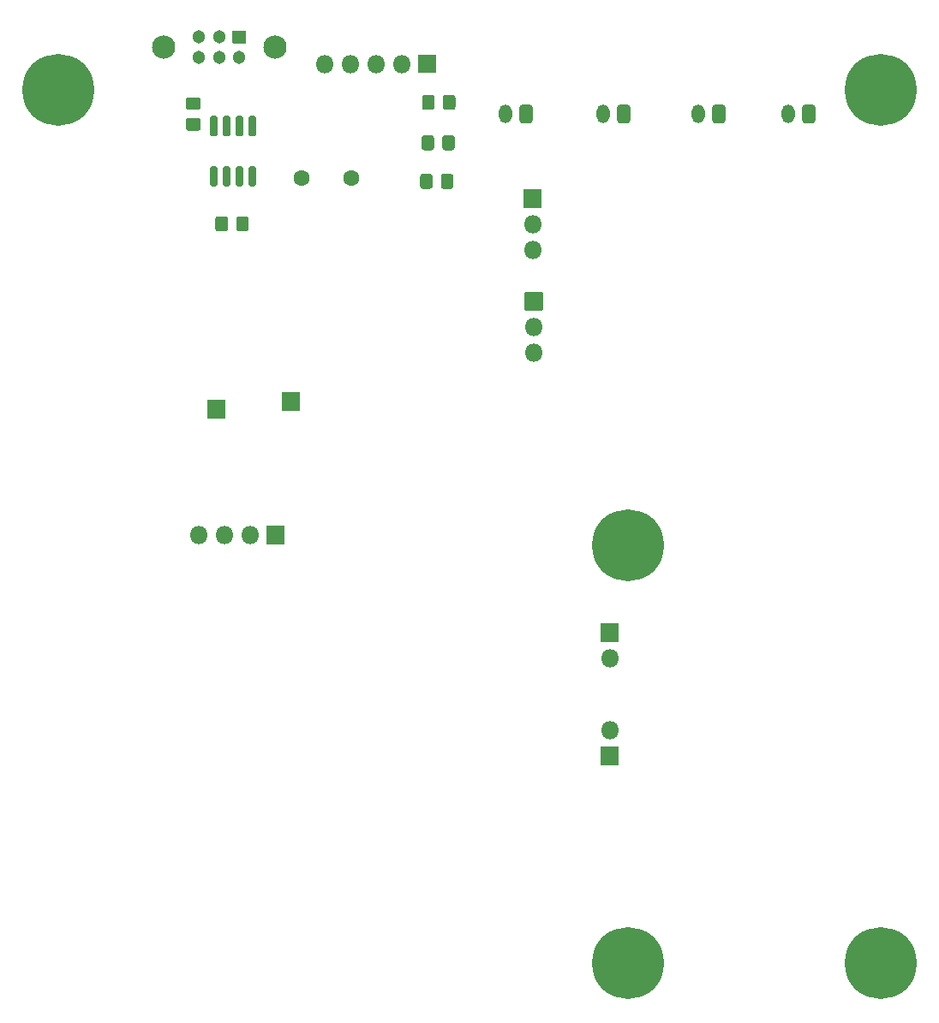
<source format=gbr>
%TF.GenerationSoftware,KiCad,Pcbnew,(5.1.9)-1*%
%TF.CreationDate,2021-07-13T18:02:15-04:00*%
%TF.ProjectId,detector_support,64657465-6374-46f7-925f-737570706f72,rev?*%
%TF.SameCoordinates,Original*%
%TF.FileFunction,Soldermask,Bot*%
%TF.FilePolarity,Negative*%
%FSLAX46Y46*%
G04 Gerber Fmt 4.6, Leading zero omitted, Abs format (unit mm)*
G04 Created by KiCad (PCBNEW (5.1.9)-1) date 2021-07-13 18:02:15*
%MOMM*%
%LPD*%
G01*
G04 APERTURE LIST*
%ADD10C,7.101600*%
%ADD11O,1.801600X1.801600*%
%ADD12C,2.301600*%
%ADD13C,1.301600*%
%ADD14C,1.601600*%
%ADD15O,1.301600X1.851600*%
G04 APERTURE END LIST*
%TO.C,TP2*%
G36*
G01*
X104890200Y-87083000D02*
X104890200Y-85383000D01*
G75*
G02*
X104941000Y-85332200I50800J0D01*
G01*
X106641000Y-85332200D01*
G75*
G02*
X106691800Y-85383000I0J-50800D01*
G01*
X106691800Y-87083000D01*
G75*
G02*
X106641000Y-87133800I-50800J0D01*
G01*
X104941000Y-87133800D01*
G75*
G02*
X104890200Y-87083000I0J50800D01*
G01*
G37*
%TD*%
D10*
%TO.C,REF\u002A\u002A*%
X146431000Y-140970000D03*
%TD*%
D11*
%TO.C,J11*%
X104013000Y-98679000D03*
X106553000Y-98679000D03*
X109093000Y-98679000D03*
G36*
G01*
X110783000Y-97778200D02*
X112483000Y-97778200D01*
G75*
G02*
X112533800Y-97829000I0J-50800D01*
G01*
X112533800Y-99529000D01*
G75*
G02*
X112483000Y-99579800I-50800J0D01*
G01*
X110783000Y-99579800D01*
G75*
G02*
X110732200Y-99529000I0J50800D01*
G01*
X110732200Y-97829000D01*
G75*
G02*
X110783000Y-97778200I50800J0D01*
G01*
G37*
%TD*%
%TO.C,J2*%
X144653000Y-110871000D03*
G36*
G01*
X143752200Y-109181000D02*
X143752200Y-107481000D01*
G75*
G02*
X143803000Y-107430200I50800J0D01*
G01*
X145503000Y-107430200D01*
G75*
G02*
X145553800Y-107481000I0J-50800D01*
G01*
X145553800Y-109181000D01*
G75*
G02*
X145503000Y-109231800I-50800J0D01*
G01*
X143803000Y-109231800D01*
G75*
G02*
X143752200Y-109181000I0J50800D01*
G01*
G37*
%TD*%
D10*
%TO.C,REF\u002A\u002A*%
X90170000Y-54610000D03*
%TD*%
%TO.C,REF\u002A\u002A*%
X171450000Y-54610000D03*
%TD*%
%TO.C,REF\u002A\u002A*%
X171450000Y-140970000D03*
%TD*%
%TO.C,REF\u002A\u002A*%
X146431000Y-99695000D03*
%TD*%
%TO.C,C13*%
G36*
G01*
X107739600Y-68372915D02*
X107739600Y-67415485D01*
G75*
G02*
X108011685Y-67143400I272085J0D01*
G01*
X108719115Y-67143400D01*
G75*
G02*
X108991200Y-67415485I0J-272085D01*
G01*
X108991200Y-68372915D01*
G75*
G02*
X108719115Y-68645000I-272085J0D01*
G01*
X108011685Y-68645000D01*
G75*
G02*
X107739600Y-68372915I0J272085D01*
G01*
G37*
G36*
G01*
X105689600Y-68372915D02*
X105689600Y-67415485D01*
G75*
G02*
X105961685Y-67143400I272085J0D01*
G01*
X106669115Y-67143400D01*
G75*
G02*
X106941200Y-67415485I0J-272085D01*
G01*
X106941200Y-68372915D01*
G75*
G02*
X106669115Y-68645000I-272085J0D01*
G01*
X105961685Y-68645000D01*
G75*
G02*
X105689600Y-68372915I0J272085D01*
G01*
G37*
%TD*%
%TO.C,U10*%
G36*
G01*
X109522400Y-59256800D02*
X109171600Y-59256800D01*
G75*
G02*
X108996200Y-59081400I0J175400D01*
G01*
X108996200Y-57380600D01*
G75*
G02*
X109171600Y-57205200I175400J0D01*
G01*
X109522400Y-57205200D01*
G75*
G02*
X109697800Y-57380600I0J-175400D01*
G01*
X109697800Y-59081400D01*
G75*
G02*
X109522400Y-59256800I-175400J0D01*
G01*
G37*
G36*
G01*
X108252400Y-59256800D02*
X107901600Y-59256800D01*
G75*
G02*
X107726200Y-59081400I0J175400D01*
G01*
X107726200Y-57380600D01*
G75*
G02*
X107901600Y-57205200I175400J0D01*
G01*
X108252400Y-57205200D01*
G75*
G02*
X108427800Y-57380600I0J-175400D01*
G01*
X108427800Y-59081400D01*
G75*
G02*
X108252400Y-59256800I-175400J0D01*
G01*
G37*
G36*
G01*
X106982400Y-59256800D02*
X106631600Y-59256800D01*
G75*
G02*
X106456200Y-59081400I0J175400D01*
G01*
X106456200Y-57380600D01*
G75*
G02*
X106631600Y-57205200I175400J0D01*
G01*
X106982400Y-57205200D01*
G75*
G02*
X107157800Y-57380600I0J-175400D01*
G01*
X107157800Y-59081400D01*
G75*
G02*
X106982400Y-59256800I-175400J0D01*
G01*
G37*
G36*
G01*
X105712400Y-59256800D02*
X105361600Y-59256800D01*
G75*
G02*
X105186200Y-59081400I0J175400D01*
G01*
X105186200Y-57380600D01*
G75*
G02*
X105361600Y-57205200I175400J0D01*
G01*
X105712400Y-57205200D01*
G75*
G02*
X105887800Y-57380600I0J-175400D01*
G01*
X105887800Y-59081400D01*
G75*
G02*
X105712400Y-59256800I-175400J0D01*
G01*
G37*
G36*
G01*
X105712400Y-64206800D02*
X105361600Y-64206800D01*
G75*
G02*
X105186200Y-64031400I0J175400D01*
G01*
X105186200Y-62330600D01*
G75*
G02*
X105361600Y-62155200I175400J0D01*
G01*
X105712400Y-62155200D01*
G75*
G02*
X105887800Y-62330600I0J-175400D01*
G01*
X105887800Y-64031400D01*
G75*
G02*
X105712400Y-64206800I-175400J0D01*
G01*
G37*
G36*
G01*
X106982400Y-64206800D02*
X106631600Y-64206800D01*
G75*
G02*
X106456200Y-64031400I0J175400D01*
G01*
X106456200Y-62330600D01*
G75*
G02*
X106631600Y-62155200I175400J0D01*
G01*
X106982400Y-62155200D01*
G75*
G02*
X107157800Y-62330600I0J-175400D01*
G01*
X107157800Y-64031400D01*
G75*
G02*
X106982400Y-64206800I-175400J0D01*
G01*
G37*
G36*
G01*
X108252400Y-64206800D02*
X107901600Y-64206800D01*
G75*
G02*
X107726200Y-64031400I0J175400D01*
G01*
X107726200Y-62330600D01*
G75*
G02*
X107901600Y-62155200I175400J0D01*
G01*
X108252400Y-62155200D01*
G75*
G02*
X108427800Y-62330600I0J-175400D01*
G01*
X108427800Y-64031400D01*
G75*
G02*
X108252400Y-64206800I-175400J0D01*
G01*
G37*
G36*
G01*
X109522400Y-64206800D02*
X109171600Y-64206800D01*
G75*
G02*
X108996200Y-64031400I0J175400D01*
G01*
X108996200Y-62330600D01*
G75*
G02*
X109171600Y-62155200I175400J0D01*
G01*
X109522400Y-62155200D01*
G75*
G02*
X109697800Y-62330600I0J-175400D01*
G01*
X109697800Y-64031400D01*
G75*
G02*
X109522400Y-64206800I-175400J0D01*
G01*
G37*
%TD*%
D12*
%TO.C,J10*%
X111545000Y-50419000D03*
X100545000Y-50419000D03*
D13*
X108045000Y-51419000D03*
X106045000Y-51419000D03*
X104045000Y-51419000D03*
X104045000Y-49419000D03*
G36*
G01*
X108695800Y-48819000D02*
X108695800Y-50019000D01*
G75*
G02*
X108645000Y-50069800I-50800J0D01*
G01*
X107445000Y-50069800D01*
G75*
G02*
X107394200Y-50019000I0J50800D01*
G01*
X107394200Y-48819000D01*
G75*
G02*
X107445000Y-48768200I50800J0D01*
G01*
X108645000Y-48768200D01*
G75*
G02*
X108695800Y-48819000I0J-50800D01*
G01*
G37*
X106045000Y-49419000D03*
%TD*%
D14*
%TO.C,Y1*%
X114246000Y-63373000D03*
X119126000Y-63373000D03*
%TD*%
%TO.C,J1*%
G36*
G01*
X125769000Y-51169200D02*
X127469000Y-51169200D01*
G75*
G02*
X127519800Y-51220000I0J-50800D01*
G01*
X127519800Y-52920000D01*
G75*
G02*
X127469000Y-52970800I-50800J0D01*
G01*
X125769000Y-52970800D01*
G75*
G02*
X125718200Y-52920000I0J50800D01*
G01*
X125718200Y-51220000D01*
G75*
G02*
X125769000Y-51169200I50800J0D01*
G01*
G37*
D11*
X124079000Y-52070000D03*
X121539000Y-52070000D03*
X118999000Y-52070000D03*
X116459000Y-52070000D03*
%TD*%
D15*
%TO.C,J6*%
X162338000Y-57023000D03*
G36*
G01*
X164988800Y-56368365D02*
X164988800Y-57677635D01*
G75*
G02*
X164717635Y-57948800I-271165J0D01*
G01*
X163958365Y-57948800D01*
G75*
G02*
X163687200Y-57677635I0J271165D01*
G01*
X163687200Y-56368365D01*
G75*
G02*
X163958365Y-56097200I271165J0D01*
G01*
X164717635Y-56097200D01*
G75*
G02*
X164988800Y-56368365I0J-271165D01*
G01*
G37*
%TD*%
%TO.C,J5*%
X153448000Y-57023000D03*
G36*
G01*
X156098800Y-56368365D02*
X156098800Y-57677635D01*
G75*
G02*
X155827635Y-57948800I-271165J0D01*
G01*
X155068365Y-57948800D01*
G75*
G02*
X154797200Y-57677635I0J271165D01*
G01*
X154797200Y-56368365D01*
G75*
G02*
X155068365Y-56097200I271165J0D01*
G01*
X155827635Y-56097200D01*
G75*
G02*
X156098800Y-56368365I0J-271165D01*
G01*
G37*
%TD*%
%TO.C,J4*%
X144050000Y-57023000D03*
G36*
G01*
X146700800Y-56368365D02*
X146700800Y-57677635D01*
G75*
G02*
X146429635Y-57948800I-271165J0D01*
G01*
X145670365Y-57948800D01*
G75*
G02*
X145399200Y-57677635I0J271165D01*
G01*
X145399200Y-56368365D01*
G75*
G02*
X145670365Y-56097200I271165J0D01*
G01*
X146429635Y-56097200D01*
G75*
G02*
X146700800Y-56368365I0J-271165D01*
G01*
G37*
%TD*%
%TO.C,J3*%
X134398000Y-57023000D03*
G36*
G01*
X137048800Y-56368365D02*
X137048800Y-57677635D01*
G75*
G02*
X136777635Y-57948800I-271165J0D01*
G01*
X136018365Y-57948800D01*
G75*
G02*
X135747200Y-57677635I0J271165D01*
G01*
X135747200Y-56368365D01*
G75*
G02*
X136018365Y-56097200I271165J0D01*
G01*
X136777635Y-56097200D01*
G75*
G02*
X137048800Y-56368365I0J-271165D01*
G01*
G37*
%TD*%
D11*
%TO.C,J9*%
X144653000Y-117983000D03*
G36*
G01*
X145553800Y-119673000D02*
X145553800Y-121373000D01*
G75*
G02*
X145503000Y-121423800I-50800J0D01*
G01*
X143803000Y-121423800D01*
G75*
G02*
X143752200Y-121373000I0J50800D01*
G01*
X143752200Y-119673000D01*
G75*
G02*
X143803000Y-119622200I50800J0D01*
G01*
X145503000Y-119622200D01*
G75*
G02*
X145553800Y-119673000I0J-50800D01*
G01*
G37*
%TD*%
%TO.C,JP2*%
X137033000Y-70485000D03*
X137033000Y-67945000D03*
G36*
G01*
X136132200Y-66255000D02*
X136132200Y-64555000D01*
G75*
G02*
X136183000Y-64504200I50800J0D01*
G01*
X137883000Y-64504200D01*
G75*
G02*
X137933800Y-64555000I0J-50800D01*
G01*
X137933800Y-66255000D01*
G75*
G02*
X137883000Y-66305800I-50800J0D01*
G01*
X136183000Y-66305800D01*
G75*
G02*
X136132200Y-66255000I0J50800D01*
G01*
G37*
%TD*%
%TO.C,J7*%
X137160000Y-80645000D03*
X137160000Y-78105000D03*
G36*
G01*
X136259200Y-76415000D02*
X136259200Y-74715000D01*
G75*
G02*
X136310000Y-74664200I50800J0D01*
G01*
X138010000Y-74664200D01*
G75*
G02*
X138060800Y-74715000I0J-50800D01*
G01*
X138060800Y-76415000D01*
G75*
G02*
X138010000Y-76465800I-50800J0D01*
G01*
X136310000Y-76465800D01*
G75*
G02*
X136259200Y-76415000I0J50800D01*
G01*
G37*
%TD*%
%TO.C,TP17*%
G36*
G01*
X114007000Y-86371800D02*
X112307000Y-86371800D01*
G75*
G02*
X112256200Y-86321000I0J50800D01*
G01*
X112256200Y-84621000D01*
G75*
G02*
X112307000Y-84570200I50800J0D01*
G01*
X114007000Y-84570200D01*
G75*
G02*
X114057800Y-84621000I0J-50800D01*
G01*
X114057800Y-86321000D01*
G75*
G02*
X114007000Y-86371800I-50800J0D01*
G01*
G37*
%TD*%
%TO.C,R10*%
G36*
G01*
X127970700Y-64169215D02*
X127970700Y-63211785D01*
G75*
G02*
X128242785Y-62939700I272085J0D01*
G01*
X128950215Y-62939700D01*
G75*
G02*
X129222300Y-63211785I0J-272085D01*
G01*
X129222300Y-64169215D01*
G75*
G02*
X128950215Y-64441300I-272085J0D01*
G01*
X128242785Y-64441300D01*
G75*
G02*
X127970700Y-64169215I0J272085D01*
G01*
G37*
G36*
G01*
X125920700Y-64169215D02*
X125920700Y-63211785D01*
G75*
G02*
X126192785Y-62939700I272085J0D01*
G01*
X126900215Y-62939700D01*
G75*
G02*
X127172300Y-63211785I0J-272085D01*
G01*
X127172300Y-64169215D01*
G75*
G02*
X126900215Y-64441300I-272085J0D01*
G01*
X126192785Y-64441300D01*
G75*
G02*
X125920700Y-64169215I0J272085D01*
G01*
G37*
%TD*%
%TO.C,R6*%
G36*
G01*
X128161200Y-56358715D02*
X128161200Y-55401285D01*
G75*
G02*
X128433285Y-55129200I272085J0D01*
G01*
X129140715Y-55129200D01*
G75*
G02*
X129412800Y-55401285I0J-272085D01*
G01*
X129412800Y-56358715D01*
G75*
G02*
X129140715Y-56630800I-272085J0D01*
G01*
X128433285Y-56630800D01*
G75*
G02*
X128161200Y-56358715I0J272085D01*
G01*
G37*
G36*
G01*
X126111200Y-56358715D02*
X126111200Y-55401285D01*
G75*
G02*
X126383285Y-55129200I272085J0D01*
G01*
X127090715Y-55129200D01*
G75*
G02*
X127362800Y-55401285I0J-272085D01*
G01*
X127362800Y-56358715D01*
G75*
G02*
X127090715Y-56630800I-272085J0D01*
G01*
X126383285Y-56630800D01*
G75*
G02*
X126111200Y-56358715I0J272085D01*
G01*
G37*
%TD*%
%TO.C,C14*%
G36*
G01*
X103983715Y-56632800D02*
X103026285Y-56632800D01*
G75*
G02*
X102754200Y-56360715I0J272085D01*
G01*
X102754200Y-55653285D01*
G75*
G02*
X103026285Y-55381200I272085J0D01*
G01*
X103983715Y-55381200D01*
G75*
G02*
X104255800Y-55653285I0J-272085D01*
G01*
X104255800Y-56360715D01*
G75*
G02*
X103983715Y-56632800I-272085J0D01*
G01*
G37*
G36*
G01*
X103983715Y-58682800D02*
X103026285Y-58682800D01*
G75*
G02*
X102754200Y-58410715I0J272085D01*
G01*
X102754200Y-57703285D01*
G75*
G02*
X103026285Y-57431200I272085J0D01*
G01*
X103983715Y-57431200D01*
G75*
G02*
X104255800Y-57703285I0J-272085D01*
G01*
X104255800Y-58410715D01*
G75*
G02*
X103983715Y-58682800I-272085J0D01*
G01*
G37*
%TD*%
%TO.C,C3*%
G36*
G01*
X127308300Y-59401785D02*
X127308300Y-60359215D01*
G75*
G02*
X127036215Y-60631300I-272085J0D01*
G01*
X126328785Y-60631300D01*
G75*
G02*
X126056700Y-60359215I0J272085D01*
G01*
X126056700Y-59401785D01*
G75*
G02*
X126328785Y-59129700I272085J0D01*
G01*
X127036215Y-59129700D01*
G75*
G02*
X127308300Y-59401785I0J-272085D01*
G01*
G37*
G36*
G01*
X129358300Y-59401785D02*
X129358300Y-60359215D01*
G75*
G02*
X129086215Y-60631300I-272085J0D01*
G01*
X128378785Y-60631300D01*
G75*
G02*
X128106700Y-60359215I0J272085D01*
G01*
X128106700Y-59401785D01*
G75*
G02*
X128378785Y-59129700I272085J0D01*
G01*
X129086215Y-59129700D01*
G75*
G02*
X129358300Y-59401785I0J-272085D01*
G01*
G37*
%TD*%
M02*

</source>
